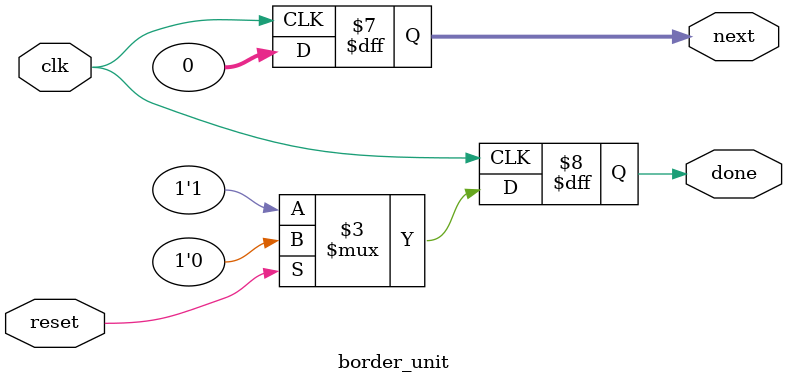
<source format=sv>
module border_unit (
	input wire clk,
	input wire reset,
	output reg signed [31:0] next,
	output reg done
);
	
	always @(posedge clk) begin
		if (reset) begin
			next <= 0;
			done <= 1'b0;
		end
		else begin
			next <= 0;
			done <= 1'b1;
		end
	
	end

endmodule

</source>
